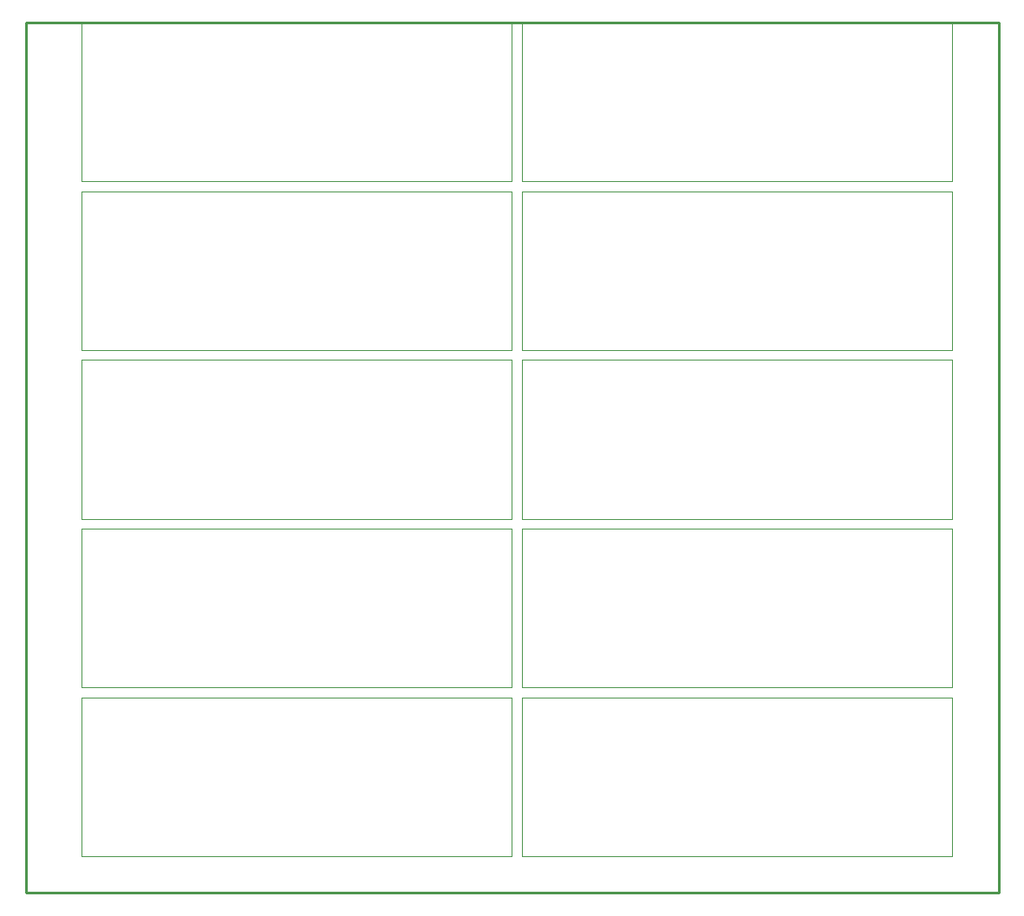
<source format=gko>
G04*
G04 #@! TF.GenerationSoftware,Altium Limited,Altium Designer,22.10.1 (41)*
G04*
G04 Layer_Color=16711935*
%FSTAX24Y24*%
%MOIN*%
G70*
G04*
G04 #@! TF.SameCoordinates,5BB37C8D-2695-4AAB-85CC-B91A701228BC*
G04*
G04*
G04 #@! TF.FilePolarity,Positive*
G04*
G01*
G75*
%ADD12C,0.0100*%
%ADD94C,0.0004*%
D12*
X015098Y01215D02*
X0525D01*
X015098Y045615D02*
X0525D01*
Y01215D02*
Y045615D01*
X015098Y01215D02*
Y045615D01*
D94*
X01725Y01355D02*
Y019652D01*
Y01355D02*
X033785D01*
Y019652D01*
X01725D02*
X033785D01*
X034179Y01355D02*
Y019652D01*
Y01355D02*
X050715D01*
Y019652D01*
X034179D02*
X050715D01*
X01725Y020046D02*
Y026148D01*
Y020046D02*
X033785D01*
Y026148D01*
X01725D02*
X033785D01*
X034179Y020046D02*
Y026148D01*
Y020046D02*
X050715D01*
Y026148D01*
X034179D02*
X050715D01*
X01725Y026542D02*
Y032644D01*
Y026542D02*
X033785D01*
Y032644D01*
X01725D02*
X033785D01*
X034179Y026542D02*
Y032644D01*
Y026542D02*
X050715D01*
Y032644D01*
X034179D02*
X050715D01*
X01725Y033038D02*
Y039141D01*
Y033038D02*
X033785D01*
Y039141D01*
X01725D02*
X033785D01*
X034179Y033038D02*
Y039141D01*
Y033038D02*
X050715D01*
Y039141D01*
X034179D02*
X050715D01*
X01725Y039534D02*
Y045637D01*
Y039534D02*
X033785D01*
Y045637D01*
X01725D02*
X033785D01*
X034179Y039534D02*
Y045637D01*
Y039534D02*
X050715D01*
Y045637D01*
X034179D02*
X050715D01*
M02*

</source>
